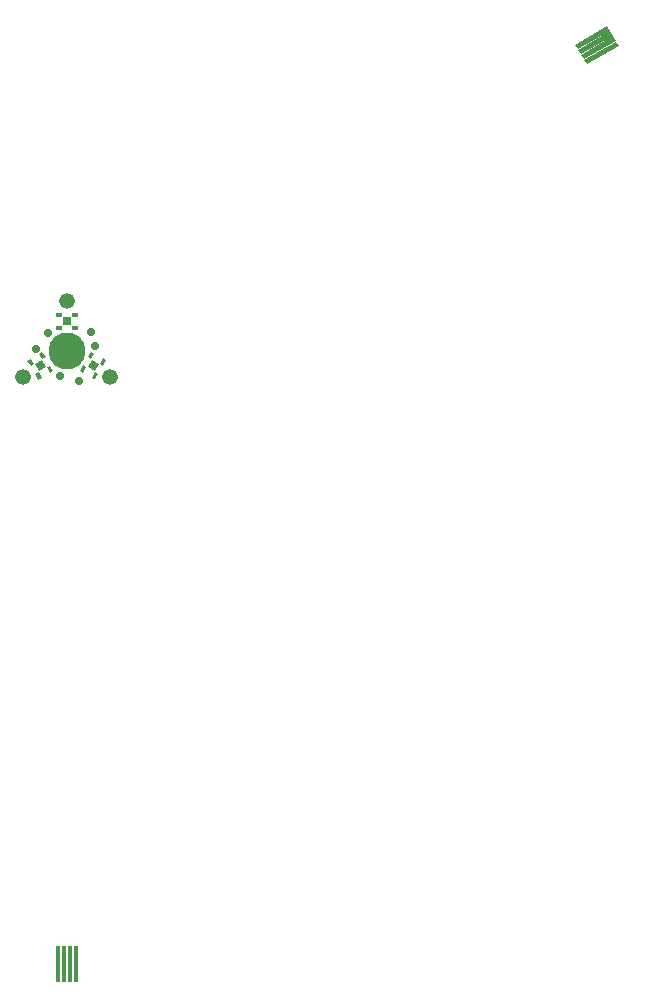
<source format=gbr>
G04 EAGLE Gerber RS-274X export*
G75*
%MOMM*%
%FSLAX34Y34*%
%LPD*%
%INSoldermask Top*%
%IPPOS*%
%AMOC8*
5,1,8,0,0,1.08239X$1,22.5*%
G01*
G04 Define Apertures*
%ADD10C,3.127000*%
%ADD11C,1.327000*%
%ADD12R,0.527000X0.327000*%
%ADD13R,0.687000X0.687000*%
%ADD14R,0.687000X0.687000*%
%ADD15R,3.127000X0.427000*%
%ADD16R,0.427000X3.127000*%
%ADD17C,0.731000*%
D10*
X57621Y33301D03*
D11*
X94463Y12029D03*
X57615Y75819D03*
X20773Y12007D03*
D12*
X64272Y53008D03*
X64272Y64408D03*
X50872Y53008D03*
X50872Y64408D03*
D13*
X57572Y58708D03*
D12*
G36*
X33750Y15617D02*
X36385Y11054D01*
X33554Y9419D01*
X30919Y13982D01*
X33750Y15617D01*
G37*
G36*
X43622Y21317D02*
X46257Y16754D01*
X43426Y15119D01*
X40791Y19682D01*
X43622Y21317D01*
G37*
G36*
X27050Y27221D02*
X29685Y22658D01*
X26854Y21023D01*
X24219Y25586D01*
X27050Y27221D01*
G37*
G36*
X36922Y32921D02*
X39557Y28358D01*
X36726Y26723D01*
X34091Y31286D01*
X36922Y32921D01*
G37*
D14*
G36*
X39930Y19913D02*
X33981Y16478D01*
X30546Y22427D01*
X36495Y25862D01*
X39930Y19913D01*
G37*
D12*
G36*
X85315Y22786D02*
X87950Y27349D01*
X90781Y25714D01*
X88146Y21151D01*
X85315Y22786D01*
G37*
G36*
X75443Y28486D02*
X78078Y33049D01*
X80909Y31414D01*
X78274Y26851D01*
X75443Y28486D01*
G37*
G36*
X78615Y11182D02*
X81250Y15745D01*
X84081Y14110D01*
X81446Y9547D01*
X78615Y11182D01*
G37*
G36*
X68743Y16882D02*
X71378Y21445D01*
X74209Y19810D01*
X71574Y15247D01*
X68743Y16882D01*
G37*
D14*
G36*
X78505Y25990D02*
X84454Y22555D01*
X81019Y16606D01*
X75070Y20041D01*
X78505Y25990D01*
G37*
D15*
G36*
X517321Y304885D02*
X490242Y289251D01*
X488107Y292949D01*
X515186Y308583D01*
X517321Y304885D01*
G37*
G36*
X519821Y300555D02*
X492742Y284921D01*
X490607Y288619D01*
X517686Y304253D01*
X519821Y300555D01*
G37*
G36*
X522321Y296225D02*
X495242Y280591D01*
X493107Y284289D01*
X520186Y299923D01*
X522321Y296225D01*
G37*
G36*
X524821Y291895D02*
X497742Y276261D01*
X495607Y279959D01*
X522686Y295593D01*
X524821Y291895D01*
G37*
D16*
X65123Y-485000D03*
X60123Y-485000D03*
X55123Y-485000D03*
X50123Y-485000D03*
D17*
X31400Y35625D03*
X67920Y7917D03*
X51576Y12504D03*
X81718Y38031D03*
X41670Y49000D03*
X78000Y50000D03*
M02*

</source>
